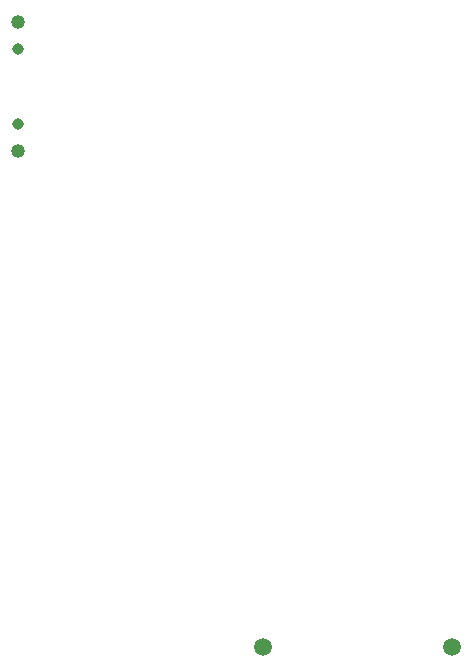
<source format=gbr>
%TF.GenerationSoftware,Altium Limited,Altium Designer,19.1.6 (110)*%
G04 Layer_Color=0*
%FSLAX26Y26*%
%MOIN*%
%TF.FileFunction,NonPlated,1,6,NPTH,Drill*%
%TF.Part,Single*%
G01*
G75*
%TA.AperFunction,ComponentDrill*%
%ADD113C,0.046850*%
%ADD114C,0.038189*%
%ADD115C,0.059055*%
D113*
X252795Y4460585D02*
D03*
Y4889326D02*
D03*
D114*
Y4549956D02*
D03*
Y4799956D02*
D03*
D115*
X1067560Y2807239D02*
D03*
X1697481D02*
D03*
%TF.MD5,9719e32daa604bf338c0e8b1498b428a*%
M02*

</source>
